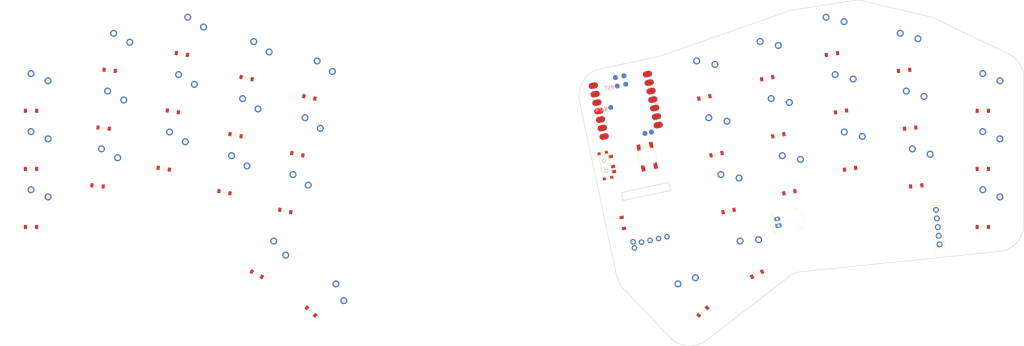
<source format=kicad_pcb>
(kicad_pcb (version 20171130) (host pcbnew 5.1.6)
  (title_block (title "ergogen_rollasplay_right_chocv2_solder") (rev "v1.0.0") (company "Unknown"))
  (layers (0 F.Cu signal) (31 B.Cu signal) (34 B.Paste user) (35 F.Paste user) (36 B.SilkS user) (37 F.SilkS user) (38 B.Mask user) (39 F.Mask user) (44 Edge.Cuts user))
  (net 0 "")
  (net 1 "D0")
  (net 2 "pinky_bottom")
  (net 3 "GND")
  (net 4 "D1")
  (net 5 "D2")
  (net 6 "pinky_home")
  (net 7 "pinky_top")
  (net 8 "ring_bottom")
  (net 9 "ring_home")
  (net 10 "ring_top")
  (net 11 "D4")
  (net 12 "middle_bottom")
  (net 13 "middle_home")
  (net 14 "middle_top")
  (net 15 "D8")
  (net 16 "index_bottom")
  (net 17 "index_home")
  (net 18 "index_top")
  (net 19 "D9")
  (net 20 "inner_bottom")
  (net 21 "inner_home")
  (net 22 "inner_top")
  (net 23 "D5")
  (net 24 "near_onerow")
  (net 25 "far_onerow")
  (net 26 "mirror_pinky_bottom")
  (net 27 "mirror_pinky_home")
  (net 28 "mirror_pinky_top")
  (net 29 "D3")
  (net 30 "mirror_ring_bottom")
  (net 31 "mirror_ring_home")
  (net 32 "mirror_ring_top")
  (net 33 "mirror_middle_bottom")
  (net 34 "mirror_middle_home")
  (net 35 "mirror_middle_top")
  (net 36 "mirror_index_bottom")
  (net 37 "mirror_index_home")
  (net 38 "mirror_index_top")
  (net 39 "mirror_inner_bottom")
  (net 40 "mirror_inner_home")
  (net 41 "mirror_inner_top")
  (net 42 "mirror_near_onerow")
  (net 43 "mirror_far_onerow")
  (net 44 "D10")
  (net 45 "D6")
  (net 46 "D7")
  (net 47 "RAW3V3")
  (net 48 "RAW5V")
  (net 49 "CLK")
  (net 50 "DIO")
  (net 51 "RST")
  (net 52 "BAT")
  (net 53 "NFC1")
  (net 54 "NFC2")
  (net 55 "BATP")
  (net 56 "RAW")
  (net 57 "BAT_P")
  (net 58 "JST1_1")
  (net 59 "JST1_2")
  (net 60 "DISP1_1")
  (net 61 "DISP1_2")
  (net 62 "DISP1_4")
  (net 63 "DISP1_5")
  (net 64 "mirror_encoder_onerow")
  (footprint "ceoloide:switch_choc_v1_v2" (layer "B.Cu") (at 100 100 0)
    (property "Reference" "S1" hide)
    (pad "" np_thru_hole circle (at 0 0 0) (size 3.4 3.4) (drill 3.4) (layers "*.Cu" "*.Mask"))
    (pad "" np_thru_hole circle (at 5.5 0 0) (size 1.9 1.9) (drill 1.9) (layers "*.Cu" "*.Mask"))
    (pad "" np_thru_hole circle (at -5.5 0 0) (size 1.9 1.9) (drill 1.9) (layers "*.Cu" "*.Mask"))
    (pad "2" thru_hole circle (at 0 -5.9 195) (size 2.032 2.032) (drill 1.27) (layers "*.Cu" "*.Mask") (net 1 "D0"))
    (pad "1" thru_hole circle (at 5 -3.8 195) (size 2.032 2.032) (drill 1.27) (layers "*.Cu" "*.Mask") (net 2 "pinky_bottom"))
  )
  (footprint "ceoloide:switch_choc_v1_v2" (layer "B.Cu") (at 100 83 0)
    (property "Reference" "S2" hide)
    (pad "" np_thru_hole circle (at 0 0 0) (size 3.4 3.4) (drill 3.4) (layers "*.Cu" "*.Mask"))
    (pad "" np_thru_hole circle (at 5.5 0 0) (size 1.9 1.9) (drill 1.9) (layers "*.Cu" "*.Mask"))
    (pad "" np_thru_hole circle (at -5.5 0 0) (size 1.9 1.9) (drill 1.9) (layers "*.Cu" "*.Mask"))
    (pad "2" thru_hole circle (at 0 -5.9 195) (size 2.032 2.032) (drill 1.27) (layers "*.Cu" "*.Mask") (net 1 "D0"))
    (pad "1" thru_hole circle (at 5 -3.8 195) (size 2.032 2.032) (drill 1.27) (layers "*.Cu" "*.Mask") (net 6 "pinky_home"))
  )
  (footprint "ceoloide:switch_choc_v1_v2" (layer "B.Cu") (at 100 66 0)
    (property "Reference" "S3" hide)
    (pad "" np_thru_hole circle (at 0 0 0) (size 3.4 3.4) (drill 3.4) (layers "*.Cu" "*.Mask"))
    (pad "" np_thru_hole circle (at 5.5 0 0) (size 1.9 1.9) (drill 1.9) (layers "*.Cu" "*.Mask"))
    (pad "" np_thru_hole circle (at -5.5 0 0) (size 1.9 1.9) (drill 1.9) (layers "*.Cu" "*.Mask"))
    (pad "2" thru_hole circle (at 0 -5.9 195) (size 2.032 2.032) (drill 1.27) (layers "*.Cu" "*.Mask") (net 1 "D0"))
    (pad "1" thru_hole circle (at 5 -3.8 195) (size 2.032 2.032) (drill 1.27) (layers "*.Cu" "*.Mask") (net 7 "pinky_top"))
  )
  (footprint "ceoloide:switch_choc_v1_v2" (layer "B.Cu") (at 120 88 -6)
    (property "Reference" "S4" hide)
    (pad "" np_thru_hole circle (at 0 0 -6) (size 3.4 3.4) (drill 3.4) (layers "*.Cu" "*.Mask"))
    (pad "" np_thru_hole circle (at 5.5 0 -6) (size 1.9 1.9) (drill 1.9) (layers "*.Cu" "*.Mask"))
    (pad "" np_thru_hole circle (at -5.5 0 -6) (size 1.9 1.9) (drill 1.9) (layers "*.Cu" "*.Mask"))
    (pad "2" thru_hole circle (at 0 -5.9 189) (size 2.032 2.032) (drill 1.27) (layers "*.Cu" "*.Mask") (net 5 "D2"))
    (pad "1" thru_hole circle (at 5 -3.8 189) (size 2.032 2.032) (drill 1.27) (layers "*.Cu" "*.Mask") (net 8 "ring_bottom"))
  )
  (footprint "ceoloide:switch_choc_v1_v2" (layer "B.Cu") (at 121.7769839 71.0931278 -6)
    (property "Reference" "S5" hide)
    (pad "" np_thru_hole circle (at 0 0 -6) (size 3.4 3.4) (drill 3.4) (layers "*.Cu" "*.Mask"))
    (pad "" np_thru_hole circle (at 5.5 0 -6) (size 1.9 1.9) (drill 1.9) (layers "*.Cu" "*.Mask"))
    (pad "" np_thru_hole circle (at -5.5 0 -6) (size 1.9 1.9) (drill 1.9) (layers "*.Cu" "*.Mask"))
    (pad "2" thru_hole circle (at 0 -5.9 189) (size 2.032 2.032) (drill 1.27) (layers "*.Cu" "*.Mask") (net 5 "D2"))
    (pad "1" thru_hole circle (at 5 -3.8 189) (size 2.032 2.032) (drill 1.27) (layers "*.Cu" "*.Mask") (net 9 "ring_home"))
  )
  (footprint "ceoloide:switch_choc_v1_v2" (layer "B.Cu") (at 123.55396780000001 54.18625560000001 -6)
    (property "Reference" "S6" hide)
    (pad "" np_thru_hole circle (at 0 0 -6) (size 3.4 3.4) (drill 3.4) (layers "*.Cu" "*.Mask"))
    (pad "" np_thru_hole circle (at 5.5 0 -6) (size 1.9 1.9) (drill 1.9) (layers "*.Cu" "*.Mask"))
    (pad "" np_thru_hole circle (at -5.5 0 -6) (size 1.9 1.9) (drill 1.9) (layers "*.Cu" "*.Mask"))
    (pad "2" thru_hole circle (at 0 -5.9 189) (size 2.032 2.032) (drill 1.27) (layers "*.Cu" "*.Mask") (net 5 "D2"))
    (pad "1" thru_hole circle (at 5 -3.8 189) (size 2.032 2.032) (drill 1.27) (layers "*.Cu" "*.Mask") (net 10 "ring_top"))
  )
  (footprint "ceoloide:switch_choc_v1_v2" (layer "B.Cu") (at 139.6276153 83.0243875 -9)
    (property "Reference" "S7" hide)
    (pad "" np_thru_hole circle (at 0 0 -9) (size 3.4 3.4) (drill 3.4) (layers "*.Cu" "*.Mask"))
    (pad "" np_thru_hole circle (at 5.5 0 -9) (size 1.9 1.9) (drill 1.9) (layers "*.Cu" "*.Mask"))
    (pad "" np_thru_hole circle (at -5.5 0 -9) (size 1.9 1.9) (drill 1.9) (layers "*.Cu" "*.Mask"))
    (pad "2" thru_hole circle (at 0 -5.9 186) (size 2.032 2.032) (drill 1.27) (layers "*.Cu" "*.Mask") (net 11 "D4"))
    (pad "1" thru_hole circle (at 5 -3.8 186) (size 2.032 2.032) (drill 1.27) (layers "*.Cu" "*.Mask") (net 12 "middle_bottom"))
  )
  (footprint "ceoloide:switch_choc_v1_v2" (layer "B.Cu") (at 142.2870012 66.2336857 -9)
    (property "Reference" "S8" hide)
    (pad "" np_thru_hole circle (at 0 0 -9) (size 3.4 3.4) (drill 3.4) (layers "*.Cu" "*.Mask"))
    (pad "" np_thru_hole circle (at 5.5 0 -9) (size 1.9 1.9) (drill 1.9) (layers "*.Cu" "*.Mask"))
    (pad "" np_thru_hole circle (at -5.5 0 -9) (size 1.9 1.9) (drill 1.9) (layers "*.Cu" "*.Mask"))
    (pad "2" thru_hole circle (at 0 -5.9 186) (size 2.032 2.032) (drill 1.27) (layers "*.Cu" "*.Mask") (net 11 "D4"))
    (pad "1" thru_hole circle (at 5 -3.8 186) (size 2.032 2.032) (drill 1.27) (layers "*.Cu" "*.Mask") (net 13 "middle_home"))
  )
  (footprint "ceoloide:switch_choc_v1_v2" (layer "B.Cu") (at 144.94638709999998 49.442983899999994 -9)
    (property "Reference" "S9" hide)
    (pad "" np_thru_hole circle (at 0 0 -9) (size 3.4 3.4) (drill 3.4) (layers "*.Cu" "*.Mask"))
    (pad "" np_thru_hole circle (at 5.5 0 -9) (size 1.9 1.9) (drill 1.9) (layers "*.Cu" "*.Mask"))
    (pad "" np_thru_hole circle (at -5.5 0 -9) (size 1.9 1.9) (drill 1.9) (layers "*.Cu" "*.Mask"))
    (pad "2" thru_hole circle (at 0 -5.9 186) (size 2.032 2.032) (drill 1.27) (layers "*.Cu" "*.Mask") (net 11 "D4"))
    (pad "1" thru_hole circle (at 5 -3.8 186) (size 2.032 2.032) (drill 1.27) (layers "*.Cu" "*.Mask") (net 14 "middle_top"))
  )
  (footprint "ceoloide:switch_choc_v1_v2" (layer "B.Cu") (at 157.5704182 89.9161088 -11)
    (property "Reference" "S10" hide)
    (pad "" np_thru_hole circle (at 0 0 -11) (size 3.4 3.4) (drill 3.4) (layers "*.Cu" "*.Mask"))
    (pad "" np_thru_hole circle (at 5.5 0 -11) (size 1.9 1.9) (drill 1.9) (layers "*.Cu" "*.Mask"))
    (pad "" np_thru_hole circle (at -5.5 0 -11) (size 1.9 1.9) (drill 1.9) (layers "*.Cu" "*.Mask"))
    (pad "2" thru_hole circle (at 0 -5.9 184) (size 2.032 2.032) (drill 1.27) (layers "*.Cu" "*.Mask") (net 15 "D8"))
    (pad "1" thru_hole circle (at 5 -3.8 184) (size 2.032 2.032) (drill 1.27) (layers "*.Cu" "*.Mask") (net 16 "index_bottom"))
  )
  (footprint "ceoloide:switch_choc_v1_v2" (layer "B.Cu") (at 160.8141711 73.2284467 -11)
    (property "Reference" "S11" hide)
    (pad "" np_thru_hole circle (at 0 0 -11) (size 3.4 3.4) (drill 3.4) (layers "*.Cu" "*.Mask"))
    (pad "" np_thru_hole circle (at 5.5 0 -11) (size 1.9 1.9) (drill 1.9) (layers "*.Cu" "*.Mask"))
    (pad "" np_thru_hole circle (at -5.5 0 -11) (size 1.9 1.9) (drill 1.9) (layers "*.Cu" "*.Mask"))
    (pad "2" thru_hole circle (at 0 -5.9 184) (size 2.032 2.032) (drill 1.27) (layers "*.Cu" "*.Mask") (net 15 "D8"))
    (pad "1" thru_hole circle (at 5 -3.8 184) (size 2.032 2.032) (drill 1.27) (layers "*.Cu" "*.Mask") (net 17 "index_home"))
  )
  (footprint "ceoloide:switch_choc_v1_v2" (layer "B.Cu") (at 164.057924 56.54078460000001 -11)
    (property "Reference" "S12" hide)
    (pad "" np_thru_hole circle (at 0 0 -11) (size 3.4 3.4) (drill 3.4) (layers "*.Cu" "*.Mask"))
    (pad "" np_thru_hole circle (at 5.5 0 -11) (size 1.9 1.9) (drill 1.9) (layers "*.Cu" "*.Mask"))
    (pad "" np_thru_hole circle (at -5.5 0 -11) (size 1.9 1.9) (drill 1.9) (layers "*.Cu" "*.Mask"))
    (pad "2" thru_hole circle (at 0 -5.9 184) (size 2.032 2.032) (drill 1.27) (layers "*.Cu" "*.Mask") (net 15 "D8"))
    (pad "1" thru_hole circle (at 5 -3.8 184) (size 2.032 2.032) (drill 1.27) (layers "*.Cu" "*.Mask") (net 18 "index_top"))
  )
  (footprint "ceoloide:switch_choc_v1_v2" (layer "B.Cu") (at 175.44706580000002 95.4284104 -12)
    (property "Reference" "S13" hide)
    (pad "" np_thru_hole circle (at 0 0 -12) (size 3.4 3.4) (drill 3.4) (layers "*.Cu" "*.Mask"))
    (pad "" np_thru_hole circle (at 5.5 0 -12) (size 1.9 1.9) (drill 1.9) (layers "*.Cu" "*.Mask"))
    (pad "" np_thru_hole circle (at -5.5 0 -12) (size 1.9 1.9) (drill 1.9) (layers "*.Cu" "*.Mask"))
    (pad "2" thru_hole circle (at 0 -5.9 183) (size 2.032 2.032) (drill 1.27) (layers "*.Cu" "*.Mask") (net 19 "D9"))
    (pad "1" thru_hole circle (at 5 -3.8 183) (size 2.032 2.032) (drill 1.27) (layers "*.Cu" "*.Mask") (net 20 "inner_bottom"))
  )
  (footprint "ceoloide:switch_choc_v1_v2" (layer "B.Cu") (at 178.98156450000002 78.79990120000001 -12)
    (property "Reference" "S14" hide)
    (pad "" np_thru_hole circle (at 0 0 -12) (size 3.4 3.4) (drill 3.4) (layers "*.Cu" "*.Mask"))
    (pad "" np_thru_hole circle (at 5.5 0 -12) (size 1.9 1.9) (drill 1.9) (layers "*.Cu" "*.Mask"))
    (pad "" np_thru_hole circle (at -5.5 0 -12) (size 1.9 1.9) (drill 1.9) (layers "*.Cu" "*.Mask"))
    (pad "2" thru_hole circle (at 0 -5.9 183) (size 2.032 2.032) (drill 1.27) (layers "*.Cu" "*.Mask") (net 19 "D9"))
    (pad "1" thru_hole circle (at 5 -3.8 183) (size 2.032 2.032) (drill 1.27) (layers "*.Cu" "*.Mask") (net 21 "inner_home"))
  )
  (footprint "ceoloide:switch_choc_v1_v2" (layer "B.Cu") (at 182.51606320000002 62.17139200000001 -12)
    (property "Reference" "S15" hide)
    (pad "" np_thru_hole circle (at 0 0 -12) (size 3.4 3.4) (drill 3.4) (layers "*.Cu" "*.Mask"))
    (pad "" np_thru_hole circle (at 5.5 0 -12) (size 1.9 1.9) (drill 1.9) (layers "*.Cu" "*.Mask"))
    (pad "" np_thru_hole circle (at -5.5 0 -12) (size 1.9 1.9) (drill 1.9) (layers "*.Cu" "*.Mask"))
    (pad "2" thru_hole circle (at 0 -5.9 183) (size 2.032 2.032) (drill 1.27) (layers "*.Cu" "*.Mask") (net 19 "D9"))
    (pad "1" thru_hole circle (at 5 -3.8 183) (size 2.032 2.032) (drill 1.27) (layers "*.Cu" "*.Mask") (net 22 "inner_top"))
  )
  (footprint "ceoloide:switch_choc_v1_v2" (layer "B.Cu") (at 168.3543892 114.36762730000001 -27)
    (property "Reference" "S16" hide)
    (pad "" np_thru_hole circle (at 0 0 -27) (size 3.4 3.4) (drill 3.4) (layers "*.Cu" "*.Mask"))
    (pad "" np_thru_hole circle (at 5.5 0 -27) (size 1.9 1.9) (drill 1.9) (layers "*.Cu" "*.Mask"))
    (pad "" np_thru_hole circle (at -5.5 0 -27) (size 1.9 1.9) (drill 1.9) (layers "*.Cu" "*.Mask"))
    (pad "2" thru_hole circle (at 0 -5.9 168) (size 2.032 2.032) (drill 1.27) (layers "*.Cu" "*.Mask") (net 23 "D5"))
    (pad "1" thru_hole circle (at 5 -3.8 168) (size 2.032 2.032) (drill 1.27) (layers "*.Cu" "*.Mask") (net 24 "near_onerow"))
  )
  (footprint "ceoloide:switch_choc_v1_v2" (layer "B.Cu") (at 185.2836799 126.0331378 -42)
    (property "Reference" "S17" hide)
    (pad "" np_thru_hole circle (at 0 0 -42) (size 3.4 3.4) (drill 3.4) (layers "*.Cu" "*.Mask"))
    (pad "" np_thru_hole circle (at 5.5 0 -42) (size 1.9 1.9) (drill 1.9) (layers "*.Cu" "*.Mask"))
    (pad "" np_thru_hole circle (at -5.5 0 -42) (size 1.9 1.9) (drill 1.9) (layers "*.Cu" "*.Mask"))
    (pad "2" thru_hole circle (at 0 -5.9 153) (size 2.032 2.032) (drill 1.27) (layers "*.Cu" "*.Mask") (net 15 "D8"))
    (pad "1" thru_hole circle (at 5 -3.8 153) (size 2.032 2.032) (drill 1.27) (layers "*.Cu" "*.Mask") (net 25 "far_onerow"))
  )
  (footprint "ceoloide:switch_choc_v1_v2" (layer "B.Cu") (at 378.5673598 100 0)
    (property "Reference" "S18" hide)
    (pad "" np_thru_hole circle (at 0 0 0) (size 3.4 3.4) (drill 3.4) (layers "*.Cu" "*.Mask"))
    (pad "" np_thru_hole circle (at 5.5 0 0) (size 1.9 1.9) (drill 1.9) (layers "*.Cu" "*.Mask"))
    (pad "" np_thru_hole circle (at -5.5 0 0) (size 1.9 1.9) (drill 1.9) (layers "*.Cu" "*.Mask"))
    (pad "2" thru_hole circle (at 0 -5.9 195) (size 2.032 2.032) (drill 1.27) (layers "*.Cu" "*.Mask") (net 15 "D8"))
    (pad "1" thru_hole circle (at 5 -3.8 195) (size 2.032 2.032) (drill 1.27) (layers "*.Cu" "*.Mask") (net 26 "mirror_pinky_bottom"))
  )
  (footprint "ceoloide:switch_choc_v1_v2" (layer "B.Cu") (at 378.5673598 83 0)
    (property "Reference" "S19" hide)
    (pad "" np_thru_hole circle (at 0 0 0) (size 3.4 3.4) (drill 3.4) (layers "*.Cu" "*.Mask"))
    (pad "" np_thru_hole circle (at 5.5 0 0) (size 1.9 1.9) (drill 1.9) (layers "*.Cu" "*.Mask"))
    (pad "" np_thru_hole circle (at -5.5 0 0) (size 1.9 1.9) (drill 1.9) (layers "*.Cu" "*.Mask"))
    (pad "2" thru_hole circle (at 0 -5.9 195) (size 2.032 2.032) (drill 1.27) (layers "*.Cu" "*.Mask") (net 15 "D8"))
    (pad "1" thru_hole circle (at 5 -3.8 195) (size 2.032 2.032) (drill 1.27) (layers "*.Cu" "*.Mask") (net 27 "mirror_pinky_home"))
  )
  (footprint "ceoloide:switch_choc_v1_v2" (layer "B.Cu") (at 378.5673598 66 0)
    (property "Reference" "S20" hide)
    (pad "" np_thru_hole circle (at 0 0 0) (size 3.4 3.4) (drill 3.4) (layers "*.Cu" "*.Mask"))
    (pad "" np_thru_hole circle (at 5.5 0 0) (size 1.9 1.9) (drill 1.9) (layers "*.Cu" "*.Mask"))
    (pad "" np_thru_hole circle (at -5.5 0 0) (size 1.9 1.9) (drill 1.9) (layers "*.Cu" "*.Mask"))
    (pad "2" thru_hole circle (at 0 -5.9 195) (size 2.032 2.032) (drill 1.27) (layers "*.Cu" "*.Mask") (net 15 "D8"))
    (pad "1" thru_hole circle (at 5 -3.8 195) (size 2.032 2.032) (drill 1.27) (layers "*.Cu" "*.Mask") (net 28 "mirror_pinky_top"))
  )
  (footprint "ceoloide:switch_choc_v1_v2" (layer "B.Cu") (at 358.5673598 88 6)
    (property "Reference" "S21" hide)
    (pad "" np_thru_hole circle (at 0 0 6) (size 3.4 3.4) (drill 3.4) (layers "*.Cu" "*.Mask"))
    (pad "" np_thru_hole circle (at 5.5 0 6) (size 1.9 1.9) (drill 1.9) (layers "*.Cu" "*.Mask"))
    (pad "" np_thru_hole circle (at -5.5 0 6) (size 1.9 1.9) (drill 1.9) (layers "*.Cu" "*.Mask"))
    (pad "2" thru_hole circle (at 0 -5.9 201) (size 2.032 2.032) (drill 1.27) (layers "*.Cu" "*.Mask") (net 29 "D3"))
    (pad "1" thru_hole circle (at 5 -3.8 201) (size 2.032 2.032) (drill 1.27) (layers "*.Cu" "*.Mask") (net 30 "mirror_ring_bottom"))
  )
  (footprint "ceoloide:switch_choc_v1_v2" (layer "B.Cu") (at 356.7903759 71.0931278 6)
    (property "Reference" "S22" hide)
    (pad "" np_thru_hole circle (at 0 0 6) (size 3.4 3.4) (drill 3.4) (layers "*.Cu" "*.Mask"))
    (pad "" np_thru_hole circle (at 5.5 0 6) (size 1.9 1.9) (drill 1.9) (layers "*.Cu" "*.Mask"))
    (pad "" np_thru_hole circle (at -5.5 0 6) (size 1.9 1.9) (drill 1.9) (layers "*.Cu" "*.Mask"))
    (pad "2" thru_hole circle (at 0 -5.9 201) (size 2.032 2.032) (drill 1.27) (layers "*.Cu" "*.Mask") (net 29 "D3"))
    (pad "1" thru_hole circle (at 5 -3.8 201) (size 2.032 2.032) (drill 1.27) (layers "*.Cu" "*.Mask") (net 31 "mirror_ring_home"))
  )
  (footprint "ceoloide:switch_choc_v1_v2" (layer "B.Cu") (at 355.013392 54.18625560000001 6)
    (property "Reference" "S23" hide)
    (pad "" np_thru_hole circle (at 0 0 6) (size 3.4 3.4) (drill 3.4) (layers "*.Cu" "*.Mask"))
    (pad "" np_thru_hole circle (at 5.5 0 6) (size 1.9 1.9) (drill 1.9) (layers "*.Cu" "*.Mask"))
    (pad "" np_thru_hole circle (at -5.5 0 6) (size 1.9 1.9) (drill 1.9) (layers "*.Cu" "*.Mask"))
    (pad "2" thru_hole circle (at 0 -5.9 201) (size 2.032 2.032) (drill 1.27) (layers "*.Cu" "*.Mask") (net 29 "D3"))
    (pad "1" thru_hole circle (at 5 -3.8 201) (size 2.032 2.032) (drill 1.27) (layers "*.Cu" "*.Mask") (net 32 "mirror_ring_top"))
  )
  (footprint "ceoloide:switch_choc_v1_v2" (layer "B.Cu") (at 338.9397445 83.0243875 9)
    (property "Reference" "S24" hide)
    (pad "" np_thru_hole circle (at 0 0 9) (size 3.4 3.4) (drill 3.4) (layers "*.Cu" "*.Mask"))
    (pad "" np_thru_hole circle (at 5.5 0 9) (size 1.9 1.9) (drill 1.9) (layers "*.Cu" "*.Mask"))
    (pad "" np_thru_hole circle (at -5.5 0 9) (size 1.9 1.9) (drill 1.9) (layers "*.Cu" "*.Mask"))
    (pad "2" thru_hole circle (at 0 -5.9 204) (size 2.032 2.032) (drill 1.27) (layers "*.Cu" "*.Mask") (net 5 "D2"))
    (pad "1" thru_hole circle (at 5 -3.8 204) (size 2.032 2.032) (drill 1.27) (layers "*.Cu" "*.Mask") (net 33 "mirror_middle_bottom"))
  )
  (footprint "ceoloide:switch_choc_v1_v2" (layer "B.Cu") (at 336.2803586 66.2336857 9)
    (property "Reference" "S25" hide)
    (pad "" np_thru_hole circle (at 0 0 9) (size 3.4 3.4) (drill 3.4) (layers "*.Cu" "*.Mask"))
    (pad "" np_thru_hole circle (at 5.5 0 9) (size 1.9 1.9) (drill 1.9) (layers "*.Cu" "*.Mask"))
    (pad "" np_thru_hole circle (at -5.5 0 9) (size 1.9 1.9) (drill 1.9) (layers "*.Cu" "*.Mask"))
    (pad "2" thru_hole circle (at 0 -5.9 204) (size 2.032 2.032) (drill 1.27) (layers "*.Cu" "*.Mask") (net 5 "D2"))
    (pad "1" thru_hole circle (at 5 -3.8 204) (size 2.032 2.032) (drill 1.27) (layers "*.Cu" "*.Mask") (net 34 "mirror_middle_home"))
  )
  (footprint "ceoloide:switch_choc_v1_v2" (layer "B.Cu") (at 333.62097270000004 49.442983899999994 9)
    (property "Reference" "S26" hide)
    (pad "" np_thru_hole circle (at 0 0 9) (size 3.4 3.4) (drill 3.4) (layers "*.Cu" "*.Mask"))
    (pad "" np_thru_hole circle (at 5.5 0 9) (size 1.9 1.9) (drill 1.9) (layers "*.Cu" "*.Mask"))
    (pad "" np_thru_hole circle (at -5.5 0 9) (size 1.9 1.9) (drill 1.9) (layers "*.Cu" "*.Mask"))
    (pad "2" thru_hole circle (at 0 -5.9 204) (size 2.032 2.032) (drill 1.27) (layers "*.Cu" "*.Mask") (net 5 "D2"))
    (pad "1" thru_hole circle (at 5 -3.8 204) (size 2.032 2.032) (drill 1.27) (layers "*.Cu" "*.Mask") (net 35 "mirror_middle_top"))
  )
  (footprint "ceoloide:switch_choc_v1_v2" (layer "B.Cu") (at 320.9969416 89.9161088 11)
    (property "Reference" "S27" hide)
    (pad "" np_thru_hole circle (at 0 0 11) (size 3.4 3.4) (drill 3.4) (layers "*.Cu" "*.Mask"))
    (pad "" np_thru_hole circle (at 5.5 0 11) (size 1.9 1.9) (drill 1.9) (layers "*.Cu" "*.Mask"))
    (pad "" np_thru_hole circle (at -5.5 0 11) (size 1.9 1.9) (drill 1.9) (layers "*.Cu" "*.Mask"))
    (pad "2" thru_hole circle (at 0 -5.9 206) (size 2.032 2.032) (drill 1.27) (layers "*.Cu" "*.Mask") (net 4 "D1"))
    (pad "1" thru_hole circle (at 5 -3.8 206) (size 2.032 2.032) (drill 1.27) (layers "*.Cu" "*.Mask") (net 36 "mirror_index_bottom"))
  )
  (footprint "ceoloide:switch_choc_v1_v2" (layer "B.Cu") (at 317.7531887 73.2284467 11)
    (property "Reference" "S28" hide)
    (pad "" np_thru_hole circle (at 0 0 11) (size 3.4 3.4) (drill 3.4) (layers "*.Cu" "*.Mask"))
    (pad "" np_thru_hole circle (at 5.5 0 11) (size 1.9 1.9) (drill 1.9) (layers "*.Cu" "*.Mask"))
    (pad "" np_thru_hole circle (at -5.5 0 11) (size 1.9 1.9) (drill 1.9) (layers "*.Cu" "*.Mask"))
    (pad "2" thru_hole circle (at 0 -5.9 206) (size 2.032 2.032) (drill 1.27) (layers "*.Cu" "*.Mask") (net 4 "D1"))
    (pad "1" thru_hole circle (at 5 -3.8 206) (size 2.032 2.032) (drill 1.27) (layers "*.Cu" "*.Mask") (net 37 "mirror_index_home"))
  )
  (footprint "ceoloide:switch_choc_v1_v2" (layer "B.Cu") (at 314.5094358 56.54078460000001 11)
    (property "Reference" "S29" hide)
    (pad "" np_thru_hole circle (at 0 0 11) (size 3.4 3.4) (drill 3.4) (layers "*.Cu" "*.Mask"))
    (pad "" np_thru_hole circle (at 5.5 0 11) (size 1.9 1.9) (drill 1.9) (layers "*.Cu" "*.Mask"))
    (pad "" np_thru_hole circle (at -5.5 0 11) (size 1.9 1.9) (drill 1.9) (layers "*.Cu" "*.Mask"))
    (pad "2" thru_hole circle (at 0 -5.9 206) (size 2.032 2.032) (drill 1.27) (layers "*.Cu" "*.Mask") (net 4 "D1"))
    (pad "1" thru_hole circle (at 5 -3.8 206) (size 2.032 2.032) (drill 1.27) (layers "*.Cu" "*.Mask") (net 38 "mirror_index_top"))
  )
  (footprint "ceoloide:switch_choc_v1_v2" (layer "B.Cu") (at 303.120294 95.4284104 12)
    (property "Reference" "S30" hide)
    (pad "" np_thru_hole circle (at 0 0 12) (size 3.4 3.4) (drill 3.4) (layers "*.Cu" "*.Mask"))
    (pad "" np_thru_hole circle (at 5.5 0 12) (size 1.9 1.9) (drill 1.9) (layers "*.Cu" "*.Mask"))
    (pad "" np_thru_hole circle (at -5.5 0 12) (size 1.9 1.9) (drill 1.9) (layers "*.Cu" "*.Mask"))
    (pad "2" thru_hole circle (at 0 -5.9 207) (size 2.032 2.032) (drill 1.27) (layers "*.Cu" "*.Mask") (net 1 "D0"))
    (pad "1" thru_hole circle (at 5 -3.8 207) (size 2.032 2.032) (drill 1.27) (layers "*.Cu" "*.Mask") (net 39 "mirror_inner_bottom"))
  )
  (footprint "ceoloide:switch_choc_v1_v2" (layer "B.Cu") (at 299.5857953 78.79990120000001 12)
    (property "Reference" "S31" hide)
    (pad "" np_thru_hole circle (at 0 0 12) (size 3.4 3.4) (drill 3.4) (layers "*.Cu" "*.Mask"))
    (pad "" np_thru_hole circle (at 5.5 0 12) (size 1.9 1.9) (drill 1.9) (layers "*.Cu" "*.Mask"))
    (pad "" np_thru_hole circle (at -5.5 0 12) (size 1.9 1.9) (drill 1.9) (layers "*.Cu" "*.Mask"))
    (pad "2" thru_hole circle (at 0 -5.9 207) (size 2.032 2.032) (drill 1.27) (layers "*.Cu" "*.Mask") (net 1 "D0"))
    (pad "1" thru_hole circle (at 5 -3.8 207) (size 2.032 2.032) (drill 1.27) (layers "*.Cu" "*.Mask") (net 40 "mirror_inner_home"))
  )
  (footprint "ceoloide:switch_choc_v1_v2" (layer "B.Cu") (at 296.0512966 62.17139200000001 12)
    (property "Reference" "S32" hide)
    (pad "" np_thru_hole circle (at 0 0 12) (size 3.4 3.4) (drill 3.4) (layers "*.Cu" "*.Mask"))
    (pad "" np_thru_hole circle (at 5.5 0 12) (size 1.9 1.9) (drill 1.9) (layers "*.Cu" "*.Mask"))
    (pad "" np_thru_hole circle (at -5.5 0 12) (size 1.9 1.9) (drill 1.9) (layers "*.Cu" "*.Mask"))
    (pad "2" thru_hole circle (at 0 -5.9 207) (size 2.032 2.032) (drill 1.27) (layers "*.Cu" "*.Mask") (net 1 "D0"))
    (pad "1" thru_hole circle (at 5 -3.8 207) (size 2.032 2.032) (drill 1.27) (layers "*.Cu" "*.Mask") (net 41 "mirror_inner_top"))
  )
  (footprint "ceoloide:switch_choc_v1_v2" (layer "B.Cu") (at 310.2129706 114.36762730000001 27)
    (property "Reference" "S33" hide)
    (pad "" np_thru_hole circle (at 0 0 27) (size 3.4 3.4) (drill 3.4) (layers "*.Cu" "*.Mask"))
    (pad "" np_thru_hole circle (at 5.5 0 27) (size 1.9 1.9) (drill 1.9) (layers "*.Cu" "*.Mask"))
    (pad "" np_thru_hole circle (at -5.5 0 27) (size 1.9 1.9) (drill 1.9) (layers "*.Cu" "*.Mask"))
    (pad "2" thru_hole circle (at 0 -5.9 222) (size 2.032 2.032) (drill 1.27) (layers "*.Cu" "*.Mask") (net 5 "D2"))
    (pad "1" thru_hole circle (at 5 -3.8 222) (size 2.032 2.032) (drill 1.27) (layers "*.Cu" "*.Mask") (net 42 "mirror_near_onerow"))
  )
  (footprint "ceoloide:switch_choc_v1_v2" (layer "B.Cu") (at 293.28367990000004 126.0331378 42)
    (property "Reference" "S34" hide)
    (pad "" np_thru_hole circle (at 0 0 42) (size 3.4 3.4) (drill 3.4) (layers "*.Cu" "*.Mask"))
    (pad "" np_thru_hole circle (at 5.5 0 42) (size 1.9 1.9) (drill 1.9) (layers "*.Cu" "*.Mask"))
    (pad "" np_thru_hole circle (at -5.5 0 42) (size 1.9 1.9) (drill 1.9) (layers "*.Cu" "*.Mask"))
    (pad "2" thru_hole circle (at 0 -5.9 237) (size 2.032 2.032) (drill 1.27) (layers "*.Cu" "*.Mask") (net 4 "D1"))
    (pad "1" thru_hole circle (at 5 -3.8 237) (size 2.032 2.032) (drill 1.27) (layers "*.Cu" "*.Mask") (net 43 "mirror_far_onerow"))
  )
  (footprint "ceoloide:diode_tht_sod123" (layer "F.Cu") (at 100 105 0)
    (property "Reference" "D1" hide)
    (pad "1" smd rect (at -1.65 0 0) (size 0.9 1.2) (layers "F.Cu" "F.Paste" "F.Mask") (net 23 "D5"))
    (pad "2" smd rect (at 1.65 0 0) (size 0.9 1.2) (layers "F.Cu" "F.Paste" "F.Mask") (net 2 "pinky_bottom"))
  )
  (footprint "ceoloide:diode_tht_sod123" (layer "F.Cu") (at 100 88 0)
    (property "Reference" "D2" hide)
    (pad "1" smd rect (at -1.65 0 0) (size 0.9 1.2) (layers "F.Cu" "F.Paste" "F.Mask") (net 29 "D3"))
    (pad "2" smd rect (at 1.65 0 0) (size 0.9 1.2) (layers "F.Cu" "F.Paste" "F.Mask") (net 6 "pinky_home"))
  )
  (footprint "ceoloide:diode_tht_sod123" (layer "F.Cu") (at 100 71 0)
    (property "Reference" "D3" hide)
    (pad "1" smd rect (at -1.65 0 0) (size 0.9 1.2) (layers "F.Cu" "F.Paste" "F.Mask") (net 4 "D1"))
    (pad "2" smd rect (at 1.65 0 0) (size 0.9 1.2) (layers "F.Cu" "F.Paste" "F.Mask") (net 7 "pinky_top"))
  )
  (footprint "ceoloide:diode_tht_sod123" (layer "F.Cu") (at 119.4773577 92.9726095 -6)
    (property "Reference" "D4" hide)
    (pad "1" smd rect (at -1.65 0 -6) (size 0.9 1.2) (layers "F.Cu" "F.Paste" "F.Mask") (net 23 "D5"))
    (pad "2" smd rect (at 1.65 0 -6) (size 0.9 1.2) (layers "F.Cu" "F.Paste" "F.Mask") (net 8 "ring_bottom"))
  )
  (footprint "ceoloide:diode_tht_sod123" (layer "F.Cu") (at 121.2543416 76.06573730000001 -6)
    (property "Reference" "D5" hide)
    (pad "1" smd rect (at -1.65 0 -6) (size 0.9 1.2) (layers "F.Cu" "F.Paste" "F.Mask") (net 29 "D3"))
    (pad "2" smd rect (at 1.65 0 -6) (size 0.9 1.2) (layers "F.Cu" "F.Paste" "F.Mask") (net 9 "ring_home"))
  )
  (footprint "ceoloide:diode_tht_sod123" (layer "F.Cu") (at 123.03132550000001 59.15886510000001 -6)
    (property "Reference" "D6" hide)
    (pad "1" smd rect (at -1.65 0 -6) (size 0.9 1.2) (layers "F.Cu" "F.Paste" "F.Mask") (net 4 "D1"))
    (pad "2" smd rect (at 1.65 0 -6) (size 0.9 1.2) (layers "F.Cu" "F.Paste" "F.Mask") (net 10 "ring_top"))
  )
  (footprint "ceoloide:diode_tht_sod123" (layer "F.Cu") (at 138.845443 87.9628292 -9)
    (property "Reference" "D7" hide)
    (pad "1" smd rect (at -1.65 0 -9) (size 0.9 1.2) (layers "F.Cu" "F.Paste" "F.Mask") (net 23 "D5"))
    (pad "2" smd rect (at 1.65 0 -9) (size 0.9 1.2) (layers "F.Cu" "F.Paste" "F.Mask") (net 12 "middle_bottom"))
  )
  (footprint "ceoloide:diode_tht_sod123" (layer "F.Cu") (at 141.50482889999998 71.1721274 -9)
    (property "Reference" "D8" hide)
    (pad "1" smd rect (at -1.65 0 -9) (size 0.9 1.2) (layers "F.Cu" "F.Paste" "F.Mask") (net 29 "D3"))
    (pad "2" smd rect (at 1.65 0 -9) (size 0.9 1.2) (layers "F.Cu" "F.Paste" "F.Mask") (net 13 "middle_home"))
  )
  (footprint "ceoloide:diode_tht_sod123" (layer "F.Cu") (at 144.16421479999997 54.38142559999999 -9)
    (property "Reference" "D9" hide)
    (pad "1" smd rect (at -1.65 0 -9) (size 0.9 1.2) (layers "F.Cu" "F.Paste" "F.Mask") (net 4 "D1"))
    (pad "2" smd rect (at 1.65 0 -9) (size 0.9 1.2) (layers "F.Cu" "F.Paste" "F.Mask") (net 14 "middle_top"))
  )
  (footprint "ceoloide:diode_tht_sod123" (layer "F.Cu") (at 156.6163732 94.82424470000001 -11)
    (property "Reference" "D10" hide)
    (pad "1" smd rect (at -1.65 0 -11) (size 0.9 1.2) (layers "F.Cu" "F.Paste" "F.Mask") (net 23 "D5"))
    (pad "2" smd rect (at 1.65 0 -11) (size 0.9 1.2) (layers "F.Cu" "F.Paste" "F.Mask") (net 16 "index_bottom"))
  )
  (footprint "ceoloide:diode_tht_sod123" (layer "F.Cu") (at 159.8601261 78.13658260000001 -11)
    (property "Reference" "D11" hide)
    (pad "1" smd rect (at -1.65 0 -11) (size 0.9 1.2) (layers "F.Cu" "F.Paste" "F.Mask") (net 29 "D3"))
    (pad "2" smd rect (at 1.65 0 -11) (size 0.9 1.2) (layers "F.Cu" "F.Paste" "F.Mask") (net 17 "index_home"))
  )
  (footprint "ceoloide:diode_tht_sod123" (layer "F.Cu") (at 163.103879 61.44892050000001 -11)
    (property "Reference" "D12" hide)
    (pad "1" smd rect (at -1.65 0 -11) (size 0.9 1.2) (layers "F.Cu" "F.Paste" "F.Mask") (net 4 "D1"))
    (pad "2" smd rect (at 1.65 0 -11) (size 0.9 1.2) (layers "F.Cu" "F.Paste" "F.Mask") (net 18 "index_top"))
  )
  (footprint "ceoloide:diode_tht_sod123" (layer "F.Cu") (at 174.40750730000002 100.3191484 -12)
    (property "Reference" "D13" hide)
    (pad "1" smd rect (at -1.65 0 -12) (size 0.9 1.2) (layers "F.Cu" "F.Paste" "F.Mask") (net 23 "D5"))
    (pad "2" smd rect (at 1.65 0 -12) (size 0.9 1.2) (layers "F.Cu" "F.Paste" "F.Mask") (net 20 "inner_bottom"))
  )
  (footprint "ceoloide:diode_tht_sod123" (layer "F.Cu") (at 177.94200600000002 83.6906392 -12)
    (property "Reference" "D14" hide)
    (pad "1" smd rect (at -1.65 0 -12) (size 0.9 1.2) (layers "F.Cu" "F.Paste" "F.Mask") (net 29 "D3"))
    (pad "2" smd rect (at 1.65 0 -12) (size 0.9 1.2) (layers "F.Cu" "F.Paste" "F.Mask") (net 21 "inner_home"))
  )
  (footprint "ceoloide:diode_tht_sod123" (layer "F.Cu") (at 181.47650470000002 67.06213000000001 -12)
    (property "Reference" "D15" hide)
    (pad "1" smd rect (at -1.65 0 -12) (size 0.9 1.2) (layers "F.Cu" "F.Paste" "F.Mask") (net 4 "D1"))
    (pad "2" smd rect (at 1.65 0 -12) (size 0.9 1.2) (layers "F.Cu" "F.Paste" "F.Mask") (net 22 "inner_top"))
  )
  (footprint "ceoloide:diode_tht_sod123" (layer "F.Cu") (at 166.08443670000003 118.8226599 -27)
    (property "Reference" "D16" hide)
    (pad "1" smd rect (at -1.65 0 -27) (size 0.9 1.2) (layers "F.Cu" "F.Paste" "F.Mask") (net 44 "D10"))
    (pad "2" smd rect (at 1.65 0 -27) (size 0.9 1.2) (layers "F.Cu" "F.Paste" "F.Mask") (net 24 "near_onerow"))
  )
  (footprint "ceoloide:diode_tht_sod123" (layer "F.Cu") (at 181.9380269 129.7488619 -42)
    (property "Reference" "D17" hide)
    (pad "1" smd rect (at -1.65 0 -42) (size 0.9 1.2) (layers "F.Cu" "F.Paste" "F.Mask") (net 44 "D10"))
    (pad "2" smd rect (at 1.65 0 -42) (size 0.9 1.2) (layers "F.Cu" "F.Paste" "F.Mask") (net 25 "far_onerow"))
  )
  (footprint "ceoloide:diode_tht_sod123" (layer "F.Cu") (at 378.5673598 105 0)
    (property "Reference" "D18" hide)
    (pad "1" smd rect (at -1.65 0 0) (size 0.9 1.2) (layers "F.Cu" "F.Paste" "F.Mask") (net 11 "D4"))
    (pad "2" smd rect (at 1.65 0 0) (size 0.9 1.2) (layers "F.Cu" "F.Paste" "F.Mask") (net 26 "mirror_pinky_bottom"))
  )
  (footprint "ceoloide:diode_tht_sod123" (layer "F.Cu") (at 378.5673598 88 0)
    (property "Reference" "D19" hide)
    (pad "1" smd rect (at -1.65 0 0) (size 0.9 1.2) (layers "F.Cu" "F.Paste" "F.Mask") (net 19 "D9"))
    (pad "2" smd rect (at 1.65 0 0) (size 0.9 1.2) (layers "F.Cu" "F.Paste" "F.Mask") (net 27 "mirror_pinky_home"))
  )
  (footprint "ceoloide:diode_tht_sod123" (layer "F.Cu") (at 378.5673598 71 0)
    (property "Reference" "D20" hide)
    (pad "1" smd rect (at -1.65 0 0) (size 0.9 1.2) (layers "F.Cu" "F.Paste" "F.Mask") (net 44 "D10"))
    (pad "2" smd rect (at 1.65 0 0) (size 0.9 1.2) (layers "F.Cu" "F.Paste" "F.Mask") (net 28 "mirror_pinky_top"))
  )
  (footprint "ceoloide:diode_tht_sod123" (layer "F.Cu") (at 359.0900021 92.9726095 6)
    (property "Reference" "D21" hide)
    (pad "1" smd rect (at -1.65 0 6) (size 0.9 1.2) (layers "F.Cu" "F.Paste" "F.Mask") (net 11 "D4"))
    (pad "2" smd rect (at 1.65 0 6) (size 0.9 1.2) (layers "F.Cu" "F.Paste" "F.Mask") (net 30 "mirror_ring_bottom"))
  )
  (footprint "ceoloide:diode_tht_sod123" (layer "F.Cu") (at 357.3130182 76.06573730000001 6)
    (property "Reference" "D22" hide)
    (pad "1" smd rect (at -1.65 0 6) (size 0.9 1.2) (layers "F.Cu" "F.Paste" "F.Mask") (net 19 "D9"))
    (pad "2" smd rect (at 1.65 0 6) (size 0.9 1.2) (layers "F.Cu" "F.Paste" "F.Mask") (net 31 "mirror_ring_home"))
  )
  (footprint "ceoloide:diode_tht_sod123" (layer "F.Cu") (at 355.5360343 59.15886510000001 6)
    (property "Reference" "D23" hide)
    (pad "1" smd rect (at -1.65 0 6) (size 0.9 1.2) (layers "F.Cu" "F.Paste" "F.Mask") (net 44 "D10"))
    (pad "2" smd rect (at 1.65 0 6) (size 0.9 1.2) (layers "F.Cu" "F.Paste" "F.Mask") (net 32 "mirror_ring_top"))
  )
  (footprint "ceoloide:diode_tht_sod123" (layer "F.Cu") (at 339.72191680000003 87.9628292 9)
    (property "Reference" "D24" hide)
    (pad "1" smd rect (at -1.65 0 9) (size 0.9 1.2) (layers "F.Cu" "F.Paste" "F.Mask") (net 11 "D4"))
    (pad "2" smd rect (at 1.65 0 9) (size 0.9 1.2) (layers "F.Cu" "F.Paste" "F.Mask") (net 33 "mirror_middle_bottom"))
  )
  (footprint "ceoloide:diode_tht_sod123" (layer "F.Cu") (at 337.0625309 71.1721274 9)
    (property "Reference" "D25" hide)
    (pad "1" smd rect (at -1.65 0 9) (size 0.9 1.2) (layers "F.Cu" "F.Paste" "F.Mask") (net 19 "D9"))
    (pad "2" smd rect (at 1.65 0 9) (size 0.9 1.2) (layers "F.Cu" "F.Paste" "F.Mask") (net 34 "mirror_middle_home"))
  )
  (footprint "ceoloide:diode_tht_sod123" (layer "F.Cu") (at 334.40314500000005 54.38142559999999 9)
    (property "Reference" "D26" hide)
    (pad "1" smd rect (at -1.65 0 9) (size 0.9 1.2) (layers "F.Cu" "F.Paste" "F.Mask") (net 44 "D10"))
    (pad "2" smd rect (at 1.65 0 9) (size 0.9 1.2) (layers "F.Cu" "F.Paste" "F.Mask") (net 35 "mirror_middle_top"))
  )
  (footprint "ceoloide:diode_tht_sod123" (layer "F.Cu") (at 321.9509866 94.82424470000001 11)
    (property "Reference" "D27" hide)
    (pad "1" smd rect (at -1.65 0 11) (size 0.9 1.2) (layers "F.Cu" "F.Paste" "F.Mask") (net 11 "D4"))
    (pad "2" smd rect (at 1.65 0 11) (size 0.9 1.2) (layers "F.Cu" "F.Paste" "F.Mask") (net 36 "mirror_index_bottom"))
  )
  (footprint "ceoloide:diode_tht_sod123" (layer "F.Cu") (at 318.7072337 78.13658260000001 11)
    (property "Reference" "D28" hide)
    (pad "1" smd rect (at -1.65 0 11) (size 0.9 1.2) (layers "F.Cu" "F.Paste" "F.Mask") (net 19 "D9"))
    (pad "2" smd rect (at 1.65 0 11) (size 0.9 1.2) (layers "F.Cu" "F.Paste" "F.Mask") (net 37 "mirror_index_home"))
  )
  (footprint "ceoloide:diode_tht_sod123" (layer "F.Cu") (at 315.4634808 61.44892050000001 11)
    (property "Reference" "D29" hide)
    (pad "1" smd rect (at -1.65 0 11) (size 0.9 1.2) (layers "F.Cu" "F.Paste" "F.Mask") (net 44 "D10"))
    (pad "2" smd rect (at 1.65 0 11) (size 0.9 1.2) (layers "F.Cu" "F.Paste" "F.Mask") (net 38 "mirror_index_top"))
  )
  (footprint "ceoloide:diode_tht_sod123" (layer "F.Cu") (at 304.1598525 100.3191484 12)
    (property "Reference" "D30" hide)
    (pad "1" smd rect (at -1.65 0 12) (size 0.9 1.2) (layers "F.Cu" "F.Paste" "F.Mask") (net 11 "D4"))
    (pad "2" smd rect (at 1.65 0 12) (size 0.9 1.2) (layers "F.Cu" "F.Paste" "F.Mask") (net 39 "mirror_inner_bottom"))
  )
  (footprint "ceoloide:diode_tht_sod123" (layer "F.Cu") (at 300.62535379999997 83.6906392 12)
    (property "Reference" "D31" hide)
    (pad "1" smd rect (at -1.65 0 12) (size 0.9 1.2) (layers "F.Cu" "F.Paste" "F.Mask") (net 19 "D9"))
    (pad "2" smd rect (at 1.65 0 12) (size 0.9 1.2) (layers "F.Cu" "F.Paste" "F.Mask") (net 40 "mirror_inner_home"))
  )
  (footprint "ceoloide:diode_tht_sod123" (layer "F.Cu") (at 297.0908551 67.06213000000001 12)
    (property "Reference" "D32" hide)
    (pad "1" smd rect (at -1.65 0 12) (size 0.9 1.2) (layers "F.Cu" "F.Paste" "F.Mask") (net 44 "D10"))
    (pad "2" smd rect (at 1.65 0 12) (size 0.9 1.2) (layers "F.Cu" "F.Paste" "F.Mask") (net 41 "mirror_inner_top"))
  )
  (footprint "ceoloide:diode_tht_sod123" (layer "F.Cu") (at 312.4829231 118.8226599 27)
    (property "Reference" "D33" hide)
    (pad "1" smd rect (at -1.65 0 27) (size 0.9 1.2) (layers "F.Cu" "F.Paste" "F.Mask") (net 23 "D5"))
    (pad "2" smd rect (at 1.65 0 27) (size 0.9 1.2) (layers "F.Cu" "F.Paste" "F.Mask") (net 42 "mirror_near_onerow"))
  )
  (footprint "ceoloide:diode_tht_sod123" (layer "F.Cu") (at 296.62933290000007 129.7488619 42)
    (property "Reference" "D34" hide)
    (pad "1" smd rect (at -1.65 0 42) (size 0.9 1.2) (layers "F.Cu" "F.Paste" "F.Mask") (net 23 "D5"))
    (pad "2" smd rect (at 1.65 0 42) (size 0.9 1.2) (layers "F.Cu" "F.Paste" "F.Mask") (net 43 "mirror_far_onerow"))
  )
  (footprint "xiao_smd" (layer "F.Cu") (at 274.073681 69.3987299 12)
    (property "Reference" "MCU1" hide)
    (fp_text user "BAT+" (at -7.3 -0.25 0) (layer "B.SilkS") (effects (justify mirror)))
    (fp_text user "RST" (at -3.6 -5.95 0) (layer "B.SilkS") (effects (justify mirror)))
    (fp_text user "BAT+" (at -7.3 -0.25 12) (layer "B.SilkS") (effects (justify mirror)))
    (fp_text user "RST" (at -3.6 -5.95 12) (layer "B.SilkS") (effects (justify mirror)))
    (pad "1" smd oval (at -7.62 -7.62 192) (size 2.75 1.8) (drill (offset 0.475 0)) (layers "F.Cu" "F.Paste" "F.Mask") (net 1 "D0"))
    (pad "2" smd oval (at -7.62 -5.08 192) (size 2.75 1.8) (drill (offset 0.475 0)) (layers "F.Cu" "F.Paste" "F.Mask") (net 4 "D1"))
    (pad "3" smd oval (at -7.62 -2.54 192) (size 2.75 1.8) (drill (offset 0.475 0)) (layers "F.Cu" "F.Paste" "F.Mask") (net 5 "D2"))
    (pad "4" smd oval (at -7.62 0 192) (size 2.75 1.8) (drill (offset 0.475 0)) (layers "F.Cu" "F.Paste" "F.Mask") (net 29 "D3"))
    (pad "5" smd oval (at -7.62 2.54 192) (size 2.75 1.8) (drill (offset 0.475 0)) (layers "F.Cu" "F.Paste" "F.Mask") (net 11 "D4"))
    (pad "6" smd oval (at -7.62 5.08 192) (size 2.75 1.8) (drill (offset 0.475 0)) (layers "F.Cu" "F.Paste" "F.Mask") (net 23 "D5"))
    (pad "7" smd oval (at -7.62 7.62 192) (size 2.75 1.8) (drill (offset 0.475 0)) (layers "F.Cu" "F.Paste" "F.Mask") (net 45 "D6"))
    (pad "8" smd oval (at 7.62 7.62 12) (size 2.75 1.8) (drill (offset 0.475 0)) (layers "F.Cu" "F.Paste" "F.Mask") (net 46 "D7"))
    (pad "9" smd oval (at 7.62 5.08 12) (size 2.75 1.8) (drill (offset 0.475 0)) (layers "F.Cu" "F.Paste" "F.Mask") (net 15 "D8"))
    (pad "10" smd oval (at 7.62 2.54 12) (size 2.75 1.8) (drill (offset 0.475 0)) (layers "F.Cu" "F.Paste" "F.Mask") (net 19 "D9"))
    (pad "11" smd oval (at 7.62 0 12) (size 2.75 1.8) (drill (offset 0.475 0)) (layers "F.Cu" "F.Paste" "F.Mask") (net 44 "D10"))
    (pad "12" smd oval (at 7.62 -2.54 12) (size 2.75 1.8) (drill (offset 0.475 0)) (layers "F.Cu" "F.Paste" "F.Mask") (net 47 "RAW3V3"))
    (pad "13" smd oval (at 7.62 -5.08 12) (size 2.75 1.8) (drill (offset 0.475 0)) (layers "F.Cu" "F.Paste" "F.Mask") (net 3 "GND"))
    (pad "14" smd oval (at 7.62 -7.62 12) (size 2.75 1.8) (drill (offset 0.475 0)) (layers "F.Cu" "F.Paste" "F.Mask") (net 48 "RAW5V"))
    (pad "15" smd circle (at -1.27 -8.572 102) (size 1.397 1.397) (drill 1.016) (layers "*.Cu" "*.Mask") (net 49 "CLK"))
    (pad "16" smd circle (at 1.27 -8.572 102) (size 1.397 1.397) (drill 1.016) (layers "*.Cu" "*.Mask") (net 50 "DIO"))
    (pad "17" smd circle (at -1.27 -6.032 102) (size 1.397 1.397) (drill 1.016) (layers "*.Cu" "*.Mask") (net 51 "RST"))
    (pad "18" smd circle (at 1.27 -6.032 102) (size 1.397 1.397) (drill 1.016) (layers "*.Cu" "*.Mask") (net 3 "GND"))
    (pad "19" smd circle (at -4.445 -0.317 192) (size 1.397 1.397) (drill 1.016) (layers "*.Cu" "*.Mask") (net 52 "BAT"))
    (pad "20" smd circle (at 3.81 9.208 192) (size 1.397 1.397) (drill 1.016) (layers "*.Cu" "*.Mask") (net 53 "NFC1"))
    (pad "21" smd circle (at 5.715 9.208 192) (size 1.397 1.397) (drill 1.016) (layers "*.Cu" "*.Mask") (net 54 "NFC2"))
  )
  (module E73:SW_TACT_ALPS_SKQGABE010 (layer F.Cu) (at 280.3347108 84.42535640000001 102)
    (fp_text reference "B1" hide)
    (fp_text value "" hide)
    (pad 1 smd rect (at -3.1 -1.85 102) (size 1.8 1.1) (layers F.Cu F.Paste F.Mask) (net 3 "GND"))
    (pad 1 smd rect (at 3.1 -1.85 102) (size 1.8 1.1) (layers F.Cu F.Paste F.Mask) (net 3 "GND"))
    (pad 2 smd rect (at -3.1 1.85 102) (size 1.8 1.1) (layers F.Cu F.Paste F.Mask) (net 51 "RST"))
    (pad 2 smd rect (at 3.1 1.85 102) (size 1.8 1.1) (layers F.Cu F.Paste F.Mask) (net 51 "RST"))
  )
  (module E73:SPDT_C128955 (layer F.Cu) (at 268.10786579999996 87.02425260000001 102)
    (fp_text reference "T1" hide)
    (fp_text value "" hide)
    (pad "" np_thru_hole circle (at 1.5 0) (size 1 1) (drill 0.9) (layers *.Cu *.Mask))
    (pad "" np_thru_hole circle (at -1.5 0) (size 1 1) (drill 0.9) (layers *.Cu *.Mask))
    (pad 1 smd rect (at 2.25 2.075 102) (size 0.9 1.25) (layers F.Cu F.Paste F.Mask) (net 55 "BATP"))
    (pad 2 smd rect (at -0.75 2.075 102) (size 0.9 1.25) (layers F.Cu F.Paste F.Mask) (net 56 "RAW"))
    (pad 3 smd rect (at -2.25 2.075 102) (size 0.9 1.25) (layers F.Cu F.Paste F.Mask))
    (pad "" smd rect (at 3.7 -1.1 102) (size 0.9 0.9) (layers F.Cu F.Paste F.Mask))
    (pad "" smd rect (at 3.7 1.1 102) (size 0.9 0.9) (layers F.Cu F.Paste F.Mask))
    (pad "" smd rect (at -3.7 1.1 102) (size 0.9 0.9) (layers F.Cu F.Paste F.Mask))
    (pad "" smd rect (at -3.7 -1.1 102) (size 0.9 0.9) (layers F.Cu F.Paste F.Mask))
  )
  (footprint "ceoloide:battery_connector_jst_ph_2" (layer "F.Cu") (at 318.5693226 103.63130720000001 101)
    (property "Reference" "JST1" hide)
    (pad "1" thru_hole roundrect (at -1 0 101) (size 1.2 1.75) (drill 0.75) (layers "*.Cu" "*.Mask") (roundrect_rratio 0.20) (net 3 "GND"))
    (pad "2" thru_hole oval (at 1 0 101) (size 1.2 1.75) (drill 0.75) (layers "*.Cu" "*.Mask") (net 57 "BAT_P"))
  )
  (footprint "ceoloide:display_nice_view" (layer F.Cu) (at 348.7767362 106.77798920000001 96)
    (property "Reference" "DISP1" hide)
    (fp_text user "" (at -5.08 18.5 186) (layer "F.SilkS") (effects (justify right)))
    (fp_text user "" (at -2.48 18.5 186) (layer "F.SilkS") (effects (justify right)))
    (fp_text user "" (at 0.15 18.5 186) (layer "F.SilkS") (effects (justify right)))
    (fp_text user "" (at 2.62 18.5 186) (layer "F.SilkS") (effects (justify right)))
    (fp_text user "" (at 5.12 18.5 186) (layer "F.SilkS") (effects (justify right)))
    (pad "1" thru_hole oval (at -5.08 16.7 366) (size 1.7 1.7) (drill 1) (layers "*.Cu" "*.Mask") (net 0 ""))
    (pad "2" thru_hole oval (at -2.54 16.7 366) (size 1.7 1.7) (drill 1) (layers "*.Cu" "*.Mask") (net 0 ""))
    (pad "3" thru_hole oval (at 0 16.7 366) (size 1.7 1.7) (drill 1) (layers "*.Cu" "*.Mask") (net 0 ""))
    (pad "4" thru_hole oval (at 2.54 16.7 366) (size 1.7 1.7) (drill 1) (layers "*.Cu" "*.Mask") (net 0 ""))
    (pad "5" thru_hole circle (at 5.08 16.7 366) (size 1.7 1.7) (drill 1) (layers "*.Cu" "*.Mask") (net 0 ""))
  )
  (module RollerEncoder_Panasonic_EVQWGD001 (layer F.Cu) (at 281.2466343 103.1448221 102)
    (fp_text reference REF**)
    (fp_text value RollerEncoder_Panasonic_EVQWGD001)
    (fp_line (start 9.8 7.3) (end 9.8 -6.3) (layer Edge.Cuts) (width 0.15))
    (fp_line (start 7.4 -6.3) (end 7.4 7.3) (layer Edge.Cuts) (width 0.15))
    (fp_line (start 9.5 -6.6) (end 7.7 -6.6) (layer Edge.Cuts) (width 0.15))
    (fp_line (start 7.7 7.6) (end 9.5 7.6) (layer Edge.Cuts) (width 0.15))
    (fp_arc (start 7.7 7.3) (end 7.4 7.3) (angle -90) (layer Edge.Cuts) (width 0.15))
    (fp_arc (start 9.5 7.3) (end 9.5 7.6) (angle -90) (layer Edge.Cuts) (width 0.15))
    (fp_arc (start 7.7 -6.3) (end 7.7 -6.6) (angle -90) (layer Edge.Cuts) (width 0.15))
    (fp_arc (start 9.5 -6.3) (end 9.8 -6.3) (angle -90) (layer Edge.Cuts) (width 0.15))
    (pad S1 thru_hole circle (at -6.85 -6.2 102) (size 1.6 1.6) (drill 0.9) (layers *.Cu *.Mask) (net 1 "D0"))
    (pad S2 thru_hole circle (at -5 -6.2 102) (size 1.6 1.6) (drill 0.9) (layers *.Cu *.Mask) (net 64 "mirror_encoder_onerow"))
    (pad A thru_hole circle (at -5.625 -3.81 102) (size 1.6 1.6) (drill 0.9) (layers *.Cu *.Mask) (net 45 "D6"))
    (pad B thru_hole circle (at -5.625 -1.27 102) (size 1.6 1.6) (drill 0.9) (layers *.Cu *.Mask) (net 3 "GND"))
    (pad C thru_hole circle (at -5.625 1.27 102) (size 1.6 1.6) (drill 0.9) (layers *.Cu *.Mask) (net 46 "D7"))
    (pad D thru_hole circle (at -5.625 3.81 102) (size 1.6 1.6) (drill 0.9) (layers *.Cu *.Mask) (net 0 ""))
    (pad "" np_thru_hole circle (at -5.625 6.3 102) (size 1.5 1.5) (drill 1.5) (layers *.Cu *.Mask))
  )
  (footprint "ceoloide:diode_tht_sod123" (layer "F.Cu") (at 273.21354180000003 103.82996800000001 -78)
    (property "Reference" "D35" hide)
    (pad "1" smd rect (at -1.65 0 -78) (size 0.9 1.2) (layers "F.Cu" "F.Paste" "F.Mask") (net 23 "D5"))
    (pad "2" smd rect (at 1.65 0 -78) (size 0.9 1.2) (layers "F.Cu" "F.Paste" "F.Mask") (net 64 "mirror_encoder_onerow"))
  )
  (gr_line (start 273.4303982192453 123.14142381805482) (end 287.0231387552609 137.34154401125352) (angle 90) (layer Edge.Cuts) (width 0.15))
  (gr_line (start 297.6870323254584 138.14515140786943) (end 321.6329641491243 119.68241485660022) (angle 90) (layer Edge.Cuts) (width 0.15))
  (gr_line (start 325.7007058359368 118.05976467258822) (end 383.3844133877538 112.13746262275026) (angle 90) (layer Edge.Cuts) (width 0.15))
  (gr_line (start 390.5673598 104.1792955420267) (end 390.5673598 61.527371638053765) (angle 90) (layer Edge.Cuts) (width 0.15))
  (gr_line (start 386.037604695534 54.31922343961696) (end 364.74792029608625 44.06965284572465) (angle 90) (layer Edge.Cuts) (width 0.15))
  (gr_line (start 363.12067223889176 43.492984882215296) (end 343.5474548626503 38.859171710460586) (angle 90) (layer Edge.Cuts) (width 0.15))
  (gr_line (start 340.4529819852998 38.74248122610078) (end 322.9737708717058 41.510916296597934) (angle 90) (layer Edge.Cuts) (width 0.15))
  (gr_line (start 321.5741804777721 41.86445324910629) (end 284.77963999273675 54.78776742696789) (angle 90) (layer Edge.Cuts) (width 0.15))
  (gr_line (start 283.79186715546945 55.06497851283347) (end 266.68800261257456 58.700517180121324) (angle 90) (layer Edge.Cuts) (width 0.15))
  (gr_line (start 260.52611542858875 68.18899155546183) (end 271.3843157352135 119.27280791363637) (angle 90) (layer Edge.Cuts) (width 0.15))
  (gr_arc (start 292.80223705089213 131.80963451115792) (end 287.02313875089214 137.34154401115794) (angle -83.88478977328424) (layer Edge.Cuts) (width 0.15))
  (gr_arc (start 326.5177594236906 126.01793175331179) (end 325.7007058236906 118.05976465331179) (angle -31.770920631458225) (layer Edge.Cuts) (width 0.15))
  (gr_arc (start 382.5673598 104.1792955420267) (end 383.3844134 112.13746264202669) (angle -84.13806357253969) (layer Edge.Cuts) (width 0.15))
  (gr_arc (start 382.5673598 61.527371638053765) (end 390.5673598 61.527371638053765) (angle -64.29227234329981) (layer Edge.Cuts) (width 0.15))
  (gr_arc (start 361.2776754005522 51.27780104416145) (end 364.7479203005522 44.06965284416145) (angle -12.388600365963583) (layer Edge.Cuts) (width 0.15))
  (gr_arc (start 341.7044580243107 46.64398787240674) (end 343.5474548243107 38.85917167240674) (angle -22.319129632978218) (layer Edge.Cuts) (width 0.15))
  (gr_arc (start 324.22524691071675 49.41242294290389) (end 322.9737709107167 41.51091624290389) (angle -10.352755637437056) (layer Edge.Cuts) (width 0.15))
  (gr_arc (start 282.1285735597921 47.23979773317032) (end 283.79186715979205 55.06497853317032) (angle -7.352757456329186) (layer Edge.Cuts) (width 0.15))
  (gr_arc (start 268.35129620825194 66.52569795978445) (end 266.68800260825196 58.700517159784454) (angle -89.99999999999991) (layer Edge.Cuts) (width 0.15))
  (gr_arc (start 279.20949651487666 117.60951431795934) (end 271.38431571487666 119.27280791795934) (angle -31.748066762286697) (layer Edge.Cuts) (width 0.15))
)
</source>
